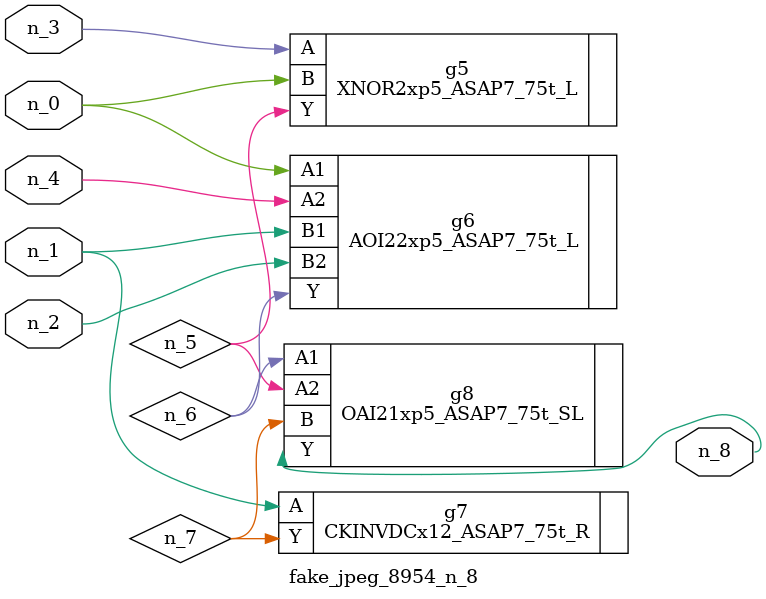
<source format=v>
module fake_jpeg_8954_n_8 (n_3, n_2, n_1, n_0, n_4, n_8);

input n_3;
input n_2;
input n_1;
input n_0;
input n_4;

output n_8;

wire n_6;
wire n_5;
wire n_7;

XNOR2xp5_ASAP7_75t_L g5 ( 
.A(n_3),
.B(n_0),
.Y(n_5)
);

AOI22xp5_ASAP7_75t_L g6 ( 
.A1(n_0),
.A2(n_4),
.B1(n_1),
.B2(n_2),
.Y(n_6)
);

CKINVDCx12_ASAP7_75t_R g7 ( 
.A(n_1),
.Y(n_7)
);

OAI21xp5_ASAP7_75t_SL g8 ( 
.A1(n_6),
.A2(n_5),
.B(n_7),
.Y(n_8)
);


endmodule
</source>
